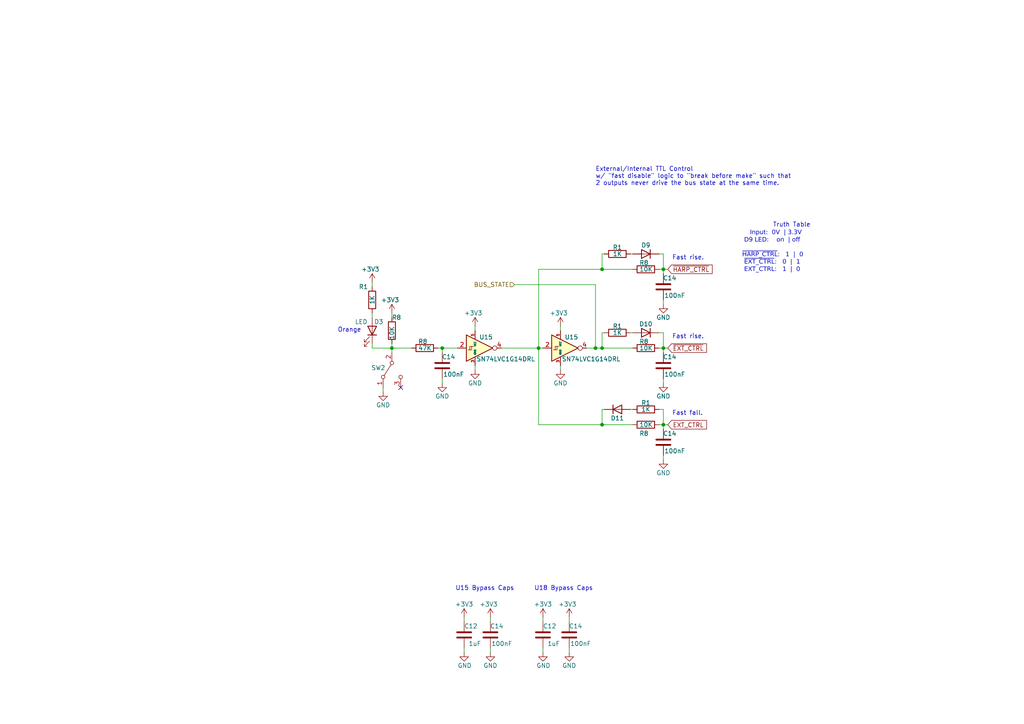
<source format=kicad_sch>
(kicad_sch (version 20230121) (generator eeschema)
  (paper "A4")
  (lib_symbols
    (symbol "74xGxx:SN74LVC1G14DRL"
      (property "Reference" "U" (at -2.54 5.08 0))
      (property "Value" "SN74LVC1G14DRL" (at 10.16 5.08 0))
      (symbol "SN74LVC1G14DRL_0_1"
        (polyline (pts (xy -1.016 0.508) (xy -0.508 0.508)))
        (polyline (pts (xy -2.54 3.81) (xy -2.54 -3.81) (xy 5.08 0) (xy -2.54 3.81)) (stroke (width 0.254)) (fill (type background)))
        (polyline (pts (xy -1.524 -0.508) (xy -1.524 0.508) (xy -1.016 0.508) (xy -1.016 -0.508) (xy -2.032 -0.508)))
        (circle (center 5.715 0) (radius 0.635))
      )
      (symbol "SN74LVC1G14DRL_1_1"
        (pin no_connect line (at 5.08 0 180) (length 2.54) hide (name "NC") (number "1"))
        (pin input line (at -5.08 0 0) (length 2.54) (name "~") (number "2"))
        (pin power_in line (at 0 -5.08 90) (length 2.54) (name "GND") (number "3"))
        (pin output line (at 7.62 0 180) (length 1.27) (name "~") (number "4"))
        (pin power_in line (at 0 5.08 270) (length 2.54) (name "VCC") (number "5"))
      )
    )
    (symbol "Device:C" (pin_numbers hide) (pin_names (offset 0.254))
      (property "Reference" "C" (at 0.635 2.54 0))
      (property "Value" "C" (at 0.635 -2.54 0))
      (symbol "C_0_1"
        (polyline (pts (xy -2.032 -0.762) (xy 2.032 -0.762)) (stroke (width 0.508)))
        (polyline (pts (xy -2.032 0.762) (xy 2.032 0.762)) (stroke (width 0.508)))
      )
      (symbol "C_1_1"
        (pin passive line (at 0 3.81 270) (length 2.794) (name "~") (number "1"))
        (pin passive line (at 0 -3.81 90) (length 2.794) (name "~") (number "2"))
      )
    )
    (symbol "Device:D" (pin_numbers hide) (pin_names (offset 1.016) hide)
      (property "Reference" "D" (at 0 2.54 0))
      (property "Value" "D" (at 0 -2.54 0))
      (symbol "D_0_1"
        (polyline (pts (xy -1.27 1.27) (xy -1.27 -1.27)) (stroke (width 0.254)))
        (polyline (pts (xy 1.27 0) (xy -1.27 0)))
        (polyline (pts (xy 1.27 1.27) (xy 1.27 -1.27) (xy -1.27 0) (xy 1.27 1.27)) (stroke (width 0.254)))
      )
      (symbol "D_1_1"
        (pin passive line (at -3.81 0 0) (length 2.54) (name "K") (number "1"))
        (pin passive line (at 3.81 0 180) (length 2.54) (name "A") (number "2"))
      )
    )
    (symbol "Device:LED" (pin_numbers hide) (pin_names (offset 1.016) hide)
      (property "Reference" "D" (at 0 2.54 0))
      (property "Value" "LED" (at 0 -2.54 0))
      (symbol "LED_0_1"
        (polyline (pts (xy -1.27 -1.27) (xy -1.27 1.27)) (stroke (width 0.254)))
        (polyline (pts (xy -1.27 0) (xy 1.27 0)))
        (polyline (pts (xy 1.27 -1.27) (xy 1.27 1.27) (xy -1.27 0) (xy 1.27 -1.27)) (stroke (width 0.254)))
        (polyline (pts (xy -3.048 -0.762) (xy -4.572 -2.286) (xy -3.81 -2.286) (xy -4.572 -2.286) (xy -4.572 -1.524)))
        (polyline (pts (xy -1.778 -0.762) (xy -3.302 -2.286) (xy -2.54 -2.286) (xy -3.302 -2.286) (xy -3.302 -1.524)))
      )
      (symbol "LED_1_1"
        (pin passive line (at -3.81 0 0) (length 2.54) (name "K") (number "1"))
        (pin passive line (at 3.81 0 180) (length 2.54) (name "A") (number "2"))
      )
    )
    (symbol "Device:R" (pin_numbers hide) (pin_names (offset 0))
      (property "Reference" "R" (at 2.032 0 90))
      (property "Value" "R" (at 0 0 90))
      (symbol "R_0_1"
        (rectangle (start -1.016 -2.54) (end 1.016 2.54) (stroke (width 0.254)))
      )
      (symbol "R_1_1"
        (pin passive line (at 0 3.81 270) (length 1.27) (name "~") (number "1"))
        (pin passive line (at 0 -3.81 90) (length 1.27) (name "~") (number "2"))
      )
    )
    (symbol "Switch:SW_SPDT" (pin_names (offset 0) hide)
      (property "Reference" "SW" (at 0 4.318 0))
      (property "Value" "SW_SPDT" (at 0 -5.08 0))
      (symbol "SW_SPDT_0_0"
        (circle (center -2.032 0) (radius 0.508))
        (circle (center 2.032 -2.54) (radius 0.508))
      )
      (symbol "SW_SPDT_0_1"
        (polyline (pts (xy -1.524 0.254) (xy 1.651 2.286)))
        (circle (center 2.032 2.54) (radius 0.508))
      )
      (symbol "SW_SPDT_1_1"
        (pin passive line (at 5.08 2.54 180) (length 2.54) (name "A") (number "1"))
        (pin passive line (at -5.08 0 0) (length 2.54) (name "B") (number "2"))
        (pin passive line (at 5.08 -2.54 180) (length 2.54) (name "C") (number "3"))
      )
    )
    (symbol "power:+3.3V" (power) (pin_names (offset 0))
      (property "Value" "+3.3V" (at 0 3.556 0))
      (symbol "+3.3V_0_1"
        (polyline (pts (xy -0.762 1.27) (xy 0 2.54)))
        (polyline (pts (xy 0 0) (xy 0 2.54)))
        (polyline (pts (xy 0 2.54) (xy 0.762 1.27)))
      )
      (symbol "+3.3V_1_1"
        (pin power_in line (at 0 0 90) (length 0) hide (name "+3V3") (number "1"))
      )
    )
    (symbol "power:GND" (power) (pin_names (offset 0))
      (property "Value" "GND" (at 0 -3.81 0))
      (symbol "GND_0_1"
        (polyline (pts (xy 0 0) (xy 0 -1.27) (xy 1.27 -1.27) (xy 0 -2.54) (xy -1.27 -1.27) (xy 0 -1.27)))
      )
      (symbol "GND_1_1"
        (pin power_in line (at 0 0 270) (length 0) hide (name "GND") (number "1"))
      )
    )
  )
  (junction (at 174.625 100.965))
  (junction (at 172.72 100.965))
  (junction (at 156.21 100.965))
  (junction (at 174.625 78.105))
  (junction (at 113.665 100.965))
  (junction (at 192.405 78.105))
  (junction (at 174.625 123.19))
  (junction (at 192.405 100.965))
  (junction (at 128.27 100.965))
  (junction (at 192.405 123.19))
  (no_connect (at 116.205 112.395))
  (wire (pts (xy 193.675 123.19) (xy 192.405 123.19)))
  (wire (pts (xy 174.625 118.745) (xy 175.26 118.745)))
  (wire (pts (xy 162.56 107.315) (xy 162.56 106.045)))
  (wire (pts (xy 191.135 118.745) (xy 192.405 118.745)))
  (wire (pts (xy 191.135 73.66) (xy 192.405 73.66)))
  (wire (pts (xy 165.1 179.07) (xy 165.1 180.34)))
  (wire (pts (xy 192.405 78.105) (xy 193.675 78.105)))
  (wire (pts (xy 174.625 118.745) (xy 174.625 123.19)))
  (wire (pts (xy 134.62 187.96) (xy 134.62 189.23)))
  (wire (pts (xy 172.72 82.55) (xy 149.225 82.55)))
  (wire (pts (xy 191.135 96.52) (xy 192.405 96.52)))
  (wire (pts (xy 128.27 100.965) (xy 132.715 100.965)))
  (wire (pts (xy 192.405 118.745) (xy 192.405 123.19)))
  (wire (pts (xy 107.95 99.695) (xy 107.95 100.965)))
  (wire (pts (xy 165.1 187.96) (xy 165.1 189.23)))
  (wire (pts (xy 174.625 73.66) (xy 174.625 78.105)))
  (wire (pts (xy 127 100.965) (xy 128.27 100.965)))
  (wire (pts (xy 107.95 81.915) (xy 107.95 83.185)))
  (wire (pts (xy 157.48 179.07) (xy 157.48 180.34)))
  (wire (pts (xy 174.625 123.19) (xy 183.515 123.19)))
  (wire (pts (xy 174.625 100.965) (xy 183.515 100.965)))
  (wire (pts (xy 191.135 100.965) (xy 192.405 100.965)))
  (wire (pts (xy 156.21 100.965) (xy 157.48 100.965)))
  (wire (pts (xy 137.795 94.615) (xy 137.795 95.885)))
  (wire (pts (xy 172.72 100.965) (xy 172.72 82.55)))
  (wire (pts (xy 142.24 179.07) (xy 142.24 180.34)))
  (wire (pts (xy 113.665 100.965) (xy 113.665 102.235)))
  (wire (pts (xy 172.72 100.965) (xy 174.625 100.965)))
  (wire (pts (xy 137.795 106.045) (xy 137.795 107.315)))
  (wire (pts (xy 192.405 109.855) (xy 192.405 111.125)))
  (wire (pts (xy 192.405 100.965) (xy 192.405 102.235)))
  (wire (pts (xy 113.665 100.965) (xy 119.38 100.965)))
  (wire (pts (xy 191.135 123.19) (xy 192.405 123.19)))
  (wire (pts (xy 156.21 123.19) (xy 174.625 123.19)))
  (wire (pts (xy 174.625 78.105) (xy 183.515 78.105)))
  (wire (pts (xy 113.665 99.695) (xy 113.665 100.965)))
  (wire (pts (xy 192.405 86.995) (xy 192.405 88.265)))
  (wire (pts (xy 113.665 90.805) (xy 113.665 92.075)))
  (wire (pts (xy 182.88 96.52) (xy 183.515 96.52)))
  (wire (pts (xy 162.56 94.615) (xy 162.56 95.885)))
  (wire (pts (xy 170.18 100.965) (xy 172.72 100.965)))
  (wire (pts (xy 174.625 73.66) (xy 175.26 73.66)))
  (wire (pts (xy 174.625 96.52) (xy 174.625 100.965)))
  (wire (pts (xy 107.95 100.965) (xy 113.665 100.965)))
  (wire (pts (xy 107.95 90.805) (xy 107.95 92.075)))
  (wire (pts (xy 192.405 73.66) (xy 192.405 78.105)))
  (wire (pts (xy 156.21 100.965) (xy 156.21 123.19)))
  (wire (pts (xy 192.405 78.105) (xy 192.405 79.375)))
  (wire (pts (xy 111.125 112.395) (xy 111.125 113.665)))
  (wire (pts (xy 142.24 187.96) (xy 142.24 189.23)))
  (wire (pts (xy 145.415 100.965) (xy 156.21 100.965)))
  (wire (pts (xy 182.88 73.66) (xy 183.515 73.66)))
  (wire (pts (xy 174.625 96.52) (xy 175.26 96.52)))
  (wire (pts (xy 192.405 123.19) (xy 192.405 124.46)))
  (wire (pts (xy 157.48 187.96) (xy 157.48 189.23)))
  (wire (pts (xy 128.27 109.855) (xy 128.27 111.125)))
  (wire (pts (xy 193.675 100.965) (xy 192.405 100.965)))
  (wire (pts (xy 192.405 96.52) (xy 192.405 100.965)))
  (wire (pts (xy 182.88 118.745) (xy 183.515 118.745)))
  (wire (pts (xy 156.21 100.965) (xy 156.21 78.105)))
  (wire (pts (xy 191.135 78.105) (xy 192.405 78.105)))
  (wire (pts (xy 128.27 100.965) (xy 128.27 102.235)))
  (wire (pts (xy 156.21 78.105) (xy 174.625 78.105)))
  (wire (pts (xy 134.62 179.07) (xy 134.62 180.34)))
  (wire (pts (xy 192.405 132.08) (xy 192.405 133.35)))
  (text "Truth Table" (at 224.155 66.04 0) (effects (font (size 1.27 1.27)) (justify left bottom)))
  (text "External/Internal TTL Control\nw/ \"fast disable\" logic to \"break before make\" such that \n2 outputs never drive the bus state at the same time." (at 172.72 53.975 0) (effects (font (size 1.27 1.27)) (justify left bottom)))
  (text "U18 Bypass Caps" (at 154.94 171.45 0) (effects (font (size 1.27 1.27)) (justify left bottom)))
  (text "    Input:  0V  | 3.3V\n D9 LED:    on  | off\n\n~{HARP_CTRL}:   1  |  0\n ~{EXT_CTRL}:   0  |  1\n EXT_CTRL:   1  |  0" (at 215.265 79.375 0) (effects (font (size 1.27 1.27)) (justify left bottom)))
  (text "U15 Bypass Caps" (at 132.08 171.45 0) (effects (font (size 1.27 1.27)) (justify left bottom)))
  (text "Fast fall." (at 194.945 120.65 0) (effects (font (size 1.27 1.27)) (justify left bottom)))
  (text "Fast rise." (at 194.945 75.565 0) (effects (font (size 1.27 1.27)) (justify left bottom)))
  (text "Orange" (at 104.775 96.52 0) (effects (font (size 1.27 1.27)) (justify right bottom)))
  (text "Fast rise." (at 194.945 98.425 0) (effects (font (size 1.27 1.27)) (justify left bottom)))
  (global_label "EXT_CTRL" (shape input) (at 193.675 123.19 0) (property "Intersheetrefs" "${INTERSHEET_REFS}" (effects hide)))
  (global_label "~{HARP_CTRL}" (shape input) (at 193.675 78.105 0) (property "Intersheetrefs" "${INTERSHEET_REFS}" (effects hide)))
  (global_label "~{EXT_CTRL}" (shape input) (at 193.675 100.965 0) (property "Intersheetrefs" "${INTERSHEET_REFS}" (effects hide)))
  (hierarchical_label "BUS_STATE" (shape input) (at 149.225 82.55 180))
  (symbol (lib_id "power:GND") (at 165.1 189.23 0) (mirror y) (unit 1)
    (property "Reference" "#PWR0163" (effects hide))
    (property "Value" "GND" (at 165.1 193.04 0))
    (instances (project "ttl_io" (path "" (reference "#PWR0163") (unit 1)) (path "" (reference "#PWR0203") (unit 1))))
  )
  (symbol (lib_id "Device:D") (at 179.07 118.745 0) (mirror x) (unit 1)
    (property "Reference" "D11" (at 179.07 121.285 0))
    (property "Value" "NSR05F40NXT5G" (effects hide))
    (property "Footprint" "Diode_SMD:D_0402_1005Metric" (effects hide))
    (property "Datasheet" "https://www.onsemi.com/pdf/datasheet/nsr05f40-d.pdf" (effects hide))
    (property "Manufacturer" "onsemi" (effects hide))
    (property "Manufacturer Number" "NSR05F40NXT5G" (effects hide))
    (property "Link" "https://www.digikey.com/en/products/detail/onsemi/NSR05F40NXT5G/2401414" (effects hide))
    (property "Notes" "cathode band" (effects hide))
  )
  (symbol (lib_id "power:GND") (at 192.405 133.35 0) (mirror y) (unit 1)
    (property "Reference" "#PWR0196" (effects hide))
    (property "Value" "GND" (at 192.405 137.16 0))
  )
  (symbol (lib_id "power:GND") (at 137.795 107.315 0) (mirror y) (unit 1)
    (property "Reference" "#PWR0167" (effects hide))
    (property "Value" "GND" (at 137.795 111.125 0))
    (instances (project "ttl_io" (path "" (reference "#PWR0167") (unit 1)) (path "" (reference "#PWR0198") (unit 1))))
  )
  (symbol (lib_id "power:GND") (at 192.405 111.125 0) (mirror y) (unit 1)
    (property "Reference" "#PWR0195" (effects hide))
    (property "Value" "GND" (at 192.405 114.935 0))
  )
  (symbol (lib_id "Device:LED") (at 107.95 95.885 270) (mirror x) (unit 1)
    (property "Reference" "D3" (at 109.855 93.345 90))
    (property "Value" "LED" (at 104.775 93.345 90))
    (property "Footprint" "LED_SMD:LED_0603_1608Metric" (effects hide))
    (property "Datasheet" "https://www.sunledusa.com/products/spec/XZCM2MOK53WA-1VF.pdf" (effects hide))
    (property "Link" "https://www.digikey.com/en/products/detail/sunled/XZCM2MOK53WA-1VF/15761911" (effects hide))
    (property "Notes" "2mA, 148mcd, orange" (effects hide))
    (property "Manufacturer" "SunLED" (effects hide))
    (property "Manufacturer Number" "XZCM2MOK53WA-1VF" (effects hide))
    (instances (project "ttl_io" (path "" (reference "D3") (unit 1)) (path "" (reference "D17") (unit 1)) (path "" (reference "D9") (unit 1))) (project "harp_lick_detector_capactive" (path "" (reference "D1") (unit 1))))
  )
  (symbol (lib_id "power:+3.3V") (at 162.56 94.615 0) (mirror y) (unit 1)
    (property "Reference" "#PWR0166" (effects hide))
    (property "Value" "+3.3V" (at 159.385 90.805 0) (effects (justify right)))
    (instances (project "ttl_io" (path "" (reference "#PWR0166") (unit 1)) (path "" (reference "#PWR0167") (unit 1))))
  )
  (symbol (lib_id "Device:C") (at 128.27 106.045 180) (unit 1)
    (property "Reference" "C14" (at 132.08 103.505 0) (effects (justify left)))
    (property "Value" "100nF" (at 134.62 108.585 0) (effects (justify left)))
    (property "Footprint" "Capacitor_SMD:C_0402_1005Metric" (effects hide))
    (property "Datasheet" "http://www.passivecomponent.com/wp-content/uploads/datasheet/WTC_MLCC_General_Purpose.pdf" (effects hide))
    (property "Link" "https://www.digikey.com/en/products/detail/walsin-technology-corporation/0402B104K160CT/6707534" (effects hide))
    (property "Manufacturer" "Walson Technology Corporation" (effects hide))
    (property "Manufacturer Number" "0402B104K160CT" (effects hide))
    (property "Rated Voltage" "16V" (effects hide))
    (property "Temperature Coefficient" "X7R" (effects hide))
    (property "Tolerance" "10%" (effects hide))
    (property "PCBWay Link" "https://www.pcbway.com/components/detail/0402B104K160CT/307171/" (effects hide))
    (instances (project "ttl_io" (path "" (reference "C14") (unit 1)) (path "" (reference "C76") (unit 1)) (path "" (reference "C77") (unit 1))) (project "harp_lick_detector_capactive" (path "" (reference "C12") (unit 1))))
  )
  (symbol (lib_id "power:GND") (at 162.56 107.315 0) (mirror y) (unit 1)
    (property "Reference" "#PWR0167" (effects hide))
    (property "Value" "GND" (at 162.56 111.125 0))
    (instances (project "ttl_io" (path "" (reference "#PWR0167") (unit 1)) (path "" (reference "#PWR0188") (unit 1))))
  )
  (symbol (lib_id "power:GND") (at 157.48 189.23 0) (unit 1)
    (property "Reference" "#PWR025" (effects hide))
    (property "Value" "GND" (at 155.575 193.04 0) (effects (justify left)))
    (instances (project "ttl_io" (path "" (reference "#PWR025") (unit 1)) (path "" (reference "#PWR0207") (unit 1))) (project "harp_lick_detector_capactive" (path "" (reference "#PWR022") (unit 1))))
  )
  (symbol (lib_id "Device:R") (at 179.07 73.66 270) (unit 1)
    (property "Reference" "R1" (at 179.07 71.755 90))
    (property "Value" "1K" (at 179.07 73.66 90))
    (property "Footprint" "Resistor_SMD:R_0402_1005Metric" (effects hide))
    (property "Datasheet" "n/a" (effects hide))
    (property "Tolerance" "1%" (effects hide))
    (property "Link" "https://www.digikey.com/en/products/detail/yageo/RT0402BRD071KL/1069118" (effects hide))
    (property "Manufacturer" "Yageo" (effects hide))
    (property "Manufacturer Number" "RT0402BRD071KL" (effects hide))
    (instances (project "ttl_io" (path "" (reference "R1") (unit 1)) (path "" (reference "R52") (unit 1)) (path "" (reference "R51") (unit 1))) (project "harp_lick_detector_capactive" (path "" (reference "R1") (unit 1))))
  )
  (symbol (lib_id "Switch:SW_SPDT") (at 113.665 107.315 90) (mirror x) (unit 1)
    (property "Reference" "SW2" (at 111.76 106.68 90) (effects (justify left)))
    (property "Value" "SW_SPDT" (effects hide))
    (property "Footprint" "Button_Switch_SMD:SW_SPDT_CK-JS102011SAQN" (effects hide))
    (property "Datasheet" "https://www.ckswitches.com/media/1422/js.pdf" (effects hide))
    (property "Link" "https://www.digikey.com/en/products/detail/c-k/JS102011SAQN/1640095" (effects hide))
    (property "Manufacturer" "C&K" (effects hide))
    (property "Manufacturer Number" "JS102011SAQN" (effects hide))
    (property "Notes" "6V max" (effects hide))
  )
  (symbol (lib_id "power:+3.3V") (at 165.1 179.07 0) (mirror y) (unit 1)
    (property "Reference" "#PWR0166" (effects hide))
    (property "Value" "+3.3V" (at 161.925 175.26 0) (effects (justify right)))
    (instances (project "ttl_io" (path "" (reference "#PWR0166") (unit 1)) (path "" (reference "#PWR0202") (unit 1))))
  )
  (symbol (lib_id "Device:C") (at 142.24 184.15 180) (unit 1)
    (property "Reference" "C14" (at 146.05 181.61 0) (effects (justify left)))
    (property "Value" "100nF" (at 148.59 186.69 0) (effects (justify left)))
    (property "Footprint" "Capacitor_SMD:C_0402_1005Metric" (effects hide))
    (property "Datasheet" "http://www.passivecomponent.com/wp-content/uploads/datasheet/WTC_MLCC_General_Purpose.pdf" (effects hide))
    (property "Link" "https://www.digikey.com/en/products/detail/walsin-technology-corporation/0402B104K160CT/6707534" (effects hide))
    (property "Manufacturer" "Walson Technology Corporation" (effects hide))
    (property "Manufacturer Number" "0402B104K160CT" (effects hide))
    (property "Rated Voltage" "16V" (effects hide))
    (property "Temperature Coefficient" "X7R" (effects hide))
    (property "Tolerance" "10%" (effects hide))
    (property "PCBWay Link" "https://www.pcbway.com/components/detail/0402B104K160CT/307171/" (effects hide))
    (instances (project "ttl_io" (path "" (reference "C14") (unit 1)) (path "" (reference "C76") (unit 1)) (path "" (reference "C78") (unit 1))) (project "harp_lick_detector_capactive" (path "" (reference "C12") (unit 1))))
  )
  (symbol (lib_id "Device:C") (at 192.405 128.27 180) (unit 1)
    (property "Reference" "C14" (at 196.215 125.73 0) (effects (justify left)))
    (property "Value" "100nF" (at 198.755 130.81 0) (effects (justify left)))
    (property "Footprint" "Capacitor_SMD:C_0402_1005Metric" (effects hide))
    (property "Datasheet" "http://www.passivecomponent.com/wp-content/uploads/datasheet/WTC_MLCC_General_Purpose.pdf" (effects hide))
    (property "Link" "https://www.digikey.com/en/products/detail/walsin-technology-corporation/0402B104K160CT/6707534" (effects hide))
    (property "Manufacturer" "Walson Technology Corporation" (effects hide))
    (property "Manufacturer Number" "0402B104K160CT" (effects hide))
    (property "Rated Voltage" "16V" (effects hide))
    (property "Temperature Coefficient" "X7R" (effects hide))
    (property "Tolerance" "10%" (effects hide))
    (property "PCBWay Link" "https://www.pcbway.com/components/detail/0402B104K160CT/307171/" (effects hide))
    (instances (project "ttl_io" (path "" (reference "C14") (unit 1)) (path "" (reference "C76") (unit 1)) (path "" (reference "C76") (unit 1))) (project "harp_lick_detector_capactive" (path "" (reference "C12") (unit 1))))
  )
  (symbol (lib_id "Device:C") (at 165.1 184.15 180) (unit 1)
    (property "Reference" "C14" (at 168.91 181.61 0) (effects (justify left)))
    (property "Value" "100nF" (at 171.45 186.69 0) (effects (justify left)))
    (property "Footprint" "Capacitor_SMD:C_0402_1005Metric" (effects hide))
    (property "Datasheet" "http://www.passivecomponent.com/wp-content/uploads/datasheet/WTC_MLCC_General_Purpose.pdf" (effects hide))
    (property "Link" "https://www.digikey.com/en/products/detail/walsin-technology-corporation/0402B104K160CT/6707534" (effects hide))
    (property "Manufacturer" "Walson Technology Corporation" (effects hide))
    (property "Manufacturer Number" "0402B104K160CT" (effects hide))
    (property "Rated Voltage" "16V" (effects hide))
    (property "Temperature Coefficient" "X7R" (effects hide))
    (property "Tolerance" "10%" (effects hide))
    (property "PCBWay Link" "https://www.pcbway.com/components/detail/0402B104K160CT/307171/" (effects hide))
    (instances (project "ttl_io" (path "" (reference "C14") (unit 1)) (path "" (reference "C76") (unit 1)) (path "" (reference "C79") (unit 1))) (project "harp_lick_detector_capactive" (path "" (reference "C12") (unit 1))))
  )
  (symbol (lib_id "Device:R") (at 187.325 100.965 270) (mirror x) (unit 1)
    (property "Reference" "R8" (at 185.42 99.06 90) (effects (justify left)))
    (property "Value" "10K" (at 185.42 100.965 90) (effects (justify left)))
    (property "Footprint" "Resistor_SMD:R_0402_1005Metric" (effects hide))
    (property "Datasheet" "https://www.koaspeer.com/pdfs/SG73P.pdf" (effects hide))
    (property "Link" "https://www.digikey.com/en/products/detail/koa-speer-electronics-inc/SG73P1EWTTP1002F/14316756" (effects hide))
    (property "Manufacturer" "KOA Speer Electronics, Inc." (effects hide))
    (property "Manufacturer Number" "SG73P1EWTTP1002F" (effects hide))
    (instances (project "ttl_io" (path "" (reference "R8") (unit 1)) (path "" (reference "R45") (unit 1)) (path "" (reference "R46") (unit 1))) (project "harp_lick_detector_capactive" (path "" (reference "R9") (unit 1))))
  )
  (symbol (lib_id "power:+3.3V") (at 142.24 179.07 0) (mirror y) (unit 1)
    (property "Reference" "#PWR0166" (effects hide))
    (property "Value" "+3.3V" (at 139.065 175.26 0) (effects (justify right)))
    (instances (project "ttl_io" (path "" (reference "#PWR0166") (unit 1)) (path "" (reference "#PWR0201") (unit 1))))
  )
  (symbol (lib_id "power:GND") (at 142.24 189.23 0) (mirror y) (unit 1)
    (property "Reference" "#PWR0163" (effects hide))
    (property "Value" "GND" (at 142.24 193.04 0))
    (instances (project "ttl_io" (path "" (reference "#PWR0163") (unit 1)) (path "" (reference "#PWR0200") (unit 1))))
  )
  (symbol (lib_id "Device:R") (at 123.19 100.965 270) (mirror x) (unit 1)
    (property "Reference" "R8" (at 121.285 99.06 90) (effects (justify left)))
    (property "Value" "47K" (at 121.285 100.965 90) (effects (justify left)))
    (property "Footprint" "Resistor_SMD:R_0402_1005Metric" (effects hide))
    (property "Datasheet" "https://www.yageo.com/upload/media/product/productsearch/datasheet/rchip/PYu-RC_Group_51_RoHS_L_12.pdf" (effects hide))
    (property "Link" "https://www.digikey.com/en/products/detail/yageo/RC0402FR-1347KL/13694084" (effects hide))
    (property "Manufacturer" "Yageo" (effects hide))
    (property "Manufacturer Number" "RC0402FR-1347KL" (effects hide))
    (property "Tolerance" "1%" (effects hide))
    (instances (project "ttl_io" (path "" (reference "R8") (unit 1)) (path "" (reference "R43") (unit 1)) (path "" (reference "R48") (unit 1))) (project "harp_lick_detector_capactive" (path "" (reference "R9") (unit 1))))
  )
  (symbol (lib_id "Device:D") (at 187.325 96.52 180) (unit 1)
    (property "Reference" "D10" (at 187.325 93.98 0))
    (property "Value" "NSR05F40NXT5G" (effects hide))
    (property "Footprint" "Diode_SMD:D_0402_1005Metric" (effects hide))
    (property "Datasheet" "https://www.onsemi.com/pdf/datasheet/nsr05f40-d.pdf" (effects hide))
    (property "Manufacturer" "onsemi" (effects hide))
    (property "Manufacturer Number" "NSR05F40NXT5G" (effects hide))
    (property "Link" "https://www.digikey.com/en/products/detail/onsemi/NSR05F40NXT5G/2401414" (effects hide))
    (property "Notes" "cathode band" (effects hide))
  )
  (symbol (lib_id "74xGxx:SN74LVC1G14DRL") (at 137.795 100.965 0) (unit 1)
    (property "Reference" "U15" (at 140.97 97.79 0))
    (property "Value" "SN74LVC1G14DRL" (at 146.685 104.14 0))
    (property "Footprint" "Package_TO_SOT_SMD:SOT-553" (effects hide))
    (property "Datasheet" "http://www.ti.com/lit/ds/symlink/sn74lvc1g14.pdf" (effects hide))
    (property "Link" "https://www.digikey.com/en/products/detail/texas-instruments/SN74LVC1G14DRLR/770505" (effects hide))
    (property "Manufacturer" "Texas Instruments" (effects hide))
    (property "Manufacturer Number" "SN74LVC1G14DRLR" (effects hide))
  )
  (symbol (lib_id "Device:R") (at 179.07 96.52 270) (unit 1)
    (property "Reference" "R1" (at 179.07 94.615 90))
    (property "Value" "1K" (at 179.07 96.52 90))
    (property "Footprint" "Resistor_SMD:R_0402_1005Metric" (effects hide))
    (property "Datasheet" "n/a" (effects hide))
    (property "Tolerance" "1%" (effects hide))
    (property "Link" "https://www.digikey.com/en/products/detail/yageo/RT0402BRD071KL/1069118" (effects hide))
    (property "Manufacturer" "Yageo" (effects hide))
    (property "Manufacturer Number" "RT0402BRD071KL" (effects hide))
    (instances (project "ttl_io" (path "" (reference "R1") (unit 1)) (path "" (reference "R52") (unit 1)) (path "" (reference "R50") (unit 1))) (project "harp_lick_detector_capactive" (path "" (reference "R1") (unit 1))))
  )
  (symbol (lib_id "Device:C") (at 192.405 83.185 180) (unit 1)
    (property "Reference" "C14" (at 196.215 80.645 0) (effects (justify left)))
    (property "Value" "100nF" (at 198.755 85.725 0) (effects (justify left)))
    (property "Footprint" "Capacitor_SMD:C_0402_1005Metric" (effects hide))
    (property "Datasheet" "http://www.passivecomponent.com/wp-content/uploads/datasheet/WTC_MLCC_General_Purpose.pdf" (effects hide))
    (property "Link" "https://www.digikey.com/en/products/detail/walsin-technology-corporation/0402B104K160CT/6707534" (effects hide))
    (property "Manufacturer" "Walson Technology Corporation" (effects hide))
    (property "Manufacturer Number" "0402B104K160CT" (effects hide))
    (property "Rated Voltage" "16V" (effects hide))
    (property "Temperature Coefficient" "X7R" (effects hide))
    (property "Tolerance" "10%" (effects hide))
    (property "PCBWay Link" "https://www.pcbway.com/components/detail/0402B104K160CT/307171/" (effects hide))
    (instances (project "ttl_io" (path "" (reference "C14") (unit 1)) (path "" (reference "C74") (unit 1)) (path "" (reference "C74") (unit 1))) (project "harp_lick_detector_capactive" (path "" (reference "C12") (unit 1))))
  )
  (symbol (lib_id "power:GND") (at 192.405 88.265 0) (mirror y) (unit 1)
    (property "Reference" "#PWR0194" (effects hide))
    (property "Value" "GND" (at 192.405 92.075 0))
  )
  (symbol (lib_id "power:GND") (at 128.27 111.125 0) (mirror y) (unit 1)
    (property "Reference" "#PWR0163" (effects hide))
    (property "Value" "GND" (at 128.27 114.935 0))
    (instances (project "ttl_io" (path "" (reference "#PWR0163") (unit 1)) (path "" (reference "#PWR0199") (unit 1))))
  )
  (symbol (lib_id "power:+3.3V") (at 137.795 94.615 0) (mirror y) (unit 1)
    (property "Reference" "#PWR0166" (effects hide))
    (property "Value" "+3.3V" (at 134.62 90.805 0) (effects (justify right)))
    (instances (project "ttl_io" (path "" (reference "#PWR0166") (unit 1)) (path "" (reference "#PWR0197") (unit 1))))
  )
  (symbol (lib_id "power:+3.3V") (at 107.95 81.915 0) (mirror y) (unit 1)
    (property "Reference" "#PWR0188" (effects hide))
    (property "Value" "+3.3V" (at 104.775 78.105 0) (effects (justify right)))
    (instances (project "ttl_io" (path "" (reference "#PWR0188") (unit 1)) (path "" (reference "#PWR0163") (unit 1))))
  )
  (symbol (lib_id "Device:R") (at 187.325 118.745 270) (unit 1)
    (property "Reference" "R1" (at 187.325 116.84 90))
    (property "Value" "1K" (at 187.325 118.745 90))
    (property "Footprint" "Resistor_SMD:R_0402_1005Metric" (effects hide))
    (property "Datasheet" "n/a" (effects hide))
    (property "Tolerance" "1%" (effects hide))
    (property "Link" "https://www.digikey.com/en/products/detail/yageo/RT0402BRD071KL/1069118" (effects hide))
    (property "Manufacturer" "Yageo" (effects hide))
    (property "Manufacturer Number" "RT0402BRD071KL" (effects hide))
    (instances (project "ttl_io" (path "" (reference "R1") (unit 1)) (path "" (reference "R52") (unit 1)) (path "" (reference "R49") (unit 1))) (project "harp_lick_detector_capactive" (path "" (reference "R1") (unit 1))))
  )
  (symbol (lib_id "Device:R") (at 113.665 95.885 0) (mirror x) (unit 1)
    (property "Reference" "R8" (at 113.665 92.075 0) (effects (justify left)))
    (property "Value" "10K" (at 113.665 94.615 90) (effects (justify left)))
    (property "Footprint" "Resistor_SMD:R_0402_1005Metric" (effects hide))
    (property "Datasheet" "https://www.koaspeer.com/pdfs/SG73P.pdf" (effects hide))
    (property "Link" "https://www.digikey.com/en/products/detail/koa-speer-electronics-inc/SG73P1EWTTP1002F/14316756" (effects hide))
    (property "Manufacturer" "KOA Speer Electronics, Inc." (effects hide))
    (property "Manufacturer Number" "SG73P1EWTTP1002F" (effects hide))
    (instances (project "ttl_io" (path "" (reference "R8") (unit 1)) (path "" (reference "R43") (unit 1)) (path "" (reference "R44") (unit 1))) (project "harp_lick_detector_capactive" (path "" (reference "R9") (unit 1))))
  )
  (symbol (lib_id "Device:C") (at 134.62 184.15 0) (unit 1)
    (property "Reference" "C12" (at 134.62 181.61 0) (effects (justify left)))
    (property "Value" "1uF" (at 135.89 186.69 0) (effects (justify left)))
    (property "Footprint" "Capacitor_SMD:C_0402_1005Metric" (effects hide))
    (property "Datasheet" "https://search.murata.co.jp/Ceramy/image/img/A01X/G101/ENG/GRM155R6YA105KE11-01.pdf" (effects hide))
    (property "Notes" "must not be polarized" (effects hide))
    (property "Link" "https://www.digikey.com/en/products/detail/murata-electronics/GRM155R6YA105KE11J/4905163" (effects hide))
    (property "Manufacturer Number" "GRM155R6YA105KE11J" (effects hide))
    (property "Manufacturer" "Murata Electronics" (effects hide))
    (property "Rated Voltage" "35V" (effects hide))
    (property "Temperature Coefficient" "X5R" (effects hide))
    (instances (project "ttl_io" (path "" (reference "C12") (unit 1)) (path "" (reference "C80") (unit 1))) (project "harp_lick_detector_capactive" (path "" (reference "C10") (unit 1))))
  )
  (symbol (lib_id "Device:C") (at 192.405 106.045 180) (unit 1)
    (property "Reference" "C14" (at 196.215 103.505 0) (effects (justify left)))
    (property "Value" "100nF" (at 198.755 108.585 0) (effects (justify left)))
    (property "Footprint" "Capacitor_SMD:C_0402_1005Metric" (effects hide))
    (property "Datasheet" "http://www.passivecomponent.com/wp-content/uploads/datasheet/WTC_MLCC_General_Purpose.pdf" (effects hide))
    (property "Link" "https://www.digikey.com/en/products/detail/walsin-technology-corporation/0402B104K160CT/6707534" (effects hide))
    (property "Manufacturer" "Walson Technology Corporation" (effects hide))
    (property "Manufacturer Number" "0402B104K160CT" (effects hide))
    (property "Rated Voltage" "16V" (effects hide))
    (property "Temperature Coefficient" "X7R" (effects hide))
    (property "Tolerance" "10%" (effects hide))
    (property "PCBWay Link" "https://www.pcbway.com/components/detail/0402B104K160CT/307171/" (effects hide))
    (instances (project "ttl_io" (path "" (reference "C14") (unit 1)) (path "" (reference "C75") (unit 1)) (path "" (reference "C75") (unit 1))) (project "harp_lick_detector_capactive" (path "" (reference "C12") (unit 1))))
  )
  (symbol (lib_id "power:+3.3V") (at 113.665 90.805 0) (mirror y) (unit 1)
    (property "Reference" "#PWR0165" (effects hide))
    (property "Value" "+3.3V" (at 110.49 86.995 0) (effects (justify right)))
    (instances (project "ttl_io" (path "" (reference "#PWR0165") (unit 1)) (path "" (reference "#PWR0166") (unit 1))))
  )
  (symbol (lib_id "Device:D") (at 187.325 73.66 180) (unit 1)
    (property "Reference" "D9" (at 187.325 71.12 0))
    (property "Value" "NSR05F40NXT5G" (effects hide))
    (property "Footprint" "Diode_SMD:D_0402_1005Metric" (effects hide))
    (property "Datasheet" "https://www.onsemi.com/pdf/datasheet/nsr05f40-d.pdf" (effects hide))
    (property "Manufacturer" "onsemi" (effects hide))
    (property "Manufacturer Number" "NSR05F40NXT5G" (effects hide))
    (property "Link" "https://www.digikey.com/en/products/detail/onsemi/NSR05F40NXT5G/2401414" (effects hide))
    (property "Notes" "cathode band" (effects hide))
    (instances (project "ttl_io" (path "" (reference "D9") (unit 1)) (path "" (reference "D12") (unit 1))))
  )
  (symbol (lib_id "Device:R") (at 107.95 86.995 180) (unit 1)
    (property "Reference" "R1" (at 105.41 83.185 0))
    (property "Value" "1K" (at 107.95 86.995 90))
    (property "Footprint" "Resistor_SMD:R_0402_1005Metric" (effects hide))
    (property "Datasheet" "n/a" (effects hide))
    (property "Tolerance" "1%" (effects hide))
    (property "Link" "https://www.digikey.com/en/products/detail/yageo/RT0402BRD071KL/1069118" (effects hide))
    (property "Manufacturer" "Yageo" (effects hide))
    (property "Manufacturer Number" "RT0402BRD071KL" (effects hide))
    (instances (project "ttl_io" (path "" (reference "R1") (unit 1)) (path "" (reference "R52") (unit 1)) (path "" (reference "R43") (unit 1))) (project "harp_lick_detector_capactive" (path "" (reference "R1") (unit 1))))
  )
  (symbol (lib_id "Device:R") (at 187.325 123.19 270) (mirror x) (unit 1)
    (property "Reference" "R8" (at 185.42 125.73 90) (effects (justify left)))
    (property "Value" "10K" (at 185.42 123.19 90) (effects (justify left)))
    (property "Footprint" "Resistor_SMD:R_0402_1005Metric" (effects hide))
    (property "Datasheet" "https://www.koaspeer.com/pdfs/SG73P.pdf" (effects hide))
    (property "Link" "https://www.digikey.com/en/products/detail/koa-speer-electronics-inc/SG73P1EWTTP1002F/14316756" (effects hide))
    (property "Manufacturer" "KOA Speer Electronics, Inc." (effects hide))
    (property "Manufacturer Number" "SG73P1EWTTP1002F" (effects hide))
    (instances (project "ttl_io" (path "" (reference "R8") (unit 1)) (path "" (reference "R46") (unit 1)) (path "" (reference "R47") (unit 1))) (project "harp_lick_detector_capactive" (path "" (reference "R9") (unit 1))))
  )
  (symbol (lib_id "power:+3.3V") (at 157.48 179.07 0) (unit 1)
    (property "Reference" "#PWR024" (effects hide))
    (property "Value" "+3.3V" (at 157.48 175.26 0))
    (instances (project "ttl_io" (path "" (reference "#PWR024") (unit 1)) (path "" (reference "#PWR0206") (unit 1))) (project "harp_lick_detector_capactive" (path "" (reference "#PWR021") (unit 1))))
  )
  (symbol (lib_id "power:GND") (at 134.62 189.23 0) (unit 1)
    (property "Reference" "#PWR025" (effects hide))
    (property "Value" "GND" (at 132.715 193.04 0) (effects (justify left)))
    (instances (project "ttl_io" (path "" (reference "#PWR025") (unit 1)) (path "" (reference "#PWR0205") (unit 1))) (project "harp_lick_detector_capactive" (path "" (reference "#PWR022") (unit 1))))
  )
  (symbol (lib_id "Device:R") (at 187.325 78.105 270) (mirror x) (unit 1)
    (property "Reference" "R8" (at 185.42 76.2 90) (effects (justify left)))
    (property "Value" "10K" (at 185.42 78.105 90) (effects (justify left)))
    (property "Footprint" "Resistor_SMD:R_0402_1005Metric" (effects hide))
    (property "Datasheet" "https://www.koaspeer.com/pdfs/SG73P.pdf" (effects hide))
    (property "Link" "https://www.digikey.com/en/products/detail/koa-speer-electronics-inc/SG73P1EWTTP1002F/14316756" (effects hide))
    (property "Manufacturer" "KOA Speer Electronics, Inc." (effects hide))
    (property "Manufacturer Number" "SG73P1EWTTP1002F" (effects hide))
    (instances (project "ttl_io" (path "" (reference "R8") (unit 1)) (path "" (reference "R44") (unit 1)) (path "" (reference "R45") (unit 1))) (project "harp_lick_detector_capactive" (path "" (reference "R9") (unit 1))))
  )
  (symbol (lib_id "74xGxx:SN74LVC1G14DRL") (at 162.56 100.965 0) (unit 1)
    (property "Reference" "U15" (at 165.735 97.79 0))
    (property "Value" "SN74LVC1G14DRL" (at 171.45 104.14 0))
    (property "Footprint" "Package_TO_SOT_SMD:SOT-553" (effects hide))
    (property "Datasheet" "http://www.ti.com/lit/ds/symlink/sn74lvc1g14.pdf" (effects hide))
    (property "Link" "https://www.digikey.com/en/products/detail/texas-instruments/SN74LVC1G14DRLR/770505" (effects hide))
    (property "Manufacturer" "Texas Instruments" (effects hide))
    (property "Manufacturer Number" "SN74LVC1G14DRLR" (effects hide))
    (instances (project "ttl_io" (path "" (reference "U15") (unit 1)) (path "" (reference "U18") (unit 1))))
  )
  (symbol (lib_id "Device:C") (at 157.48 184.15 0) (unit 1)
    (property "Reference" "C12" (at 157.48 181.61 0) (effects (justify left)))
    (property "Value" "1uF" (at 158.75 186.69 0) (effects (justify left)))
    (property "Footprint" "Capacitor_SMD:C_0402_1005Metric" (effects hide))
    (property "Datasheet" "https://search.murata.co.jp/Ceramy/image/img/A01X/G101/ENG/GRM155R6YA105KE11-01.pdf" (effects hide))
    (property "Notes" "must not be polarized" (effects hide))
    (property "Link" "https://www.digikey.com/en/products/detail/murata-electronics/GRM155R6YA105KE11J/4905163" (effects hide))
    (property "Manufacturer Number" "GRM155R6YA105KE11J" (effects hide))
    (property "Manufacturer" "Murata Electronics" (effects hide))
    (property "Rated Voltage" "35V" (effects hide))
    (property "Temperature Coefficient" "X5R" (effects hide))
    (instances (project "ttl_io" (path "" (reference "C12") (unit 1)) (path "" (reference "C81") (unit 1))) (project "harp_lick_detector_capactive" (path "" (reference "C10") (unit 1))))
  )
  (symbol (lib_id "power:GND") (at 111.125 113.665 0) (mirror y) (unit 1)
    (property "Reference" "#PWR0163" (effects hide))
    (property "Value" "GND" (at 111.125 117.475 0))
    (instances (project "ttl_io" (path "" (reference "#PWR0163") (unit 1)) (path "" (reference "#PWR0165") (unit 1))))
  )
  (symbol (lib_id "power:+3.3V") (at 134.62 179.07 0) (unit 1)
    (property "Reference" "#PWR024" (effects hide))
    (property "Value" "+3.3V" (at 134.62 175.26 0))
    (instances (project "ttl_io" (path "" (reference "#PWR024") (unit 1)) (path "" (reference "#PWR0204") (unit 1))) (project "harp_lick_detector_capactive" (path "" (reference "#PWR021") (unit 1))))
  )
)
</source>
